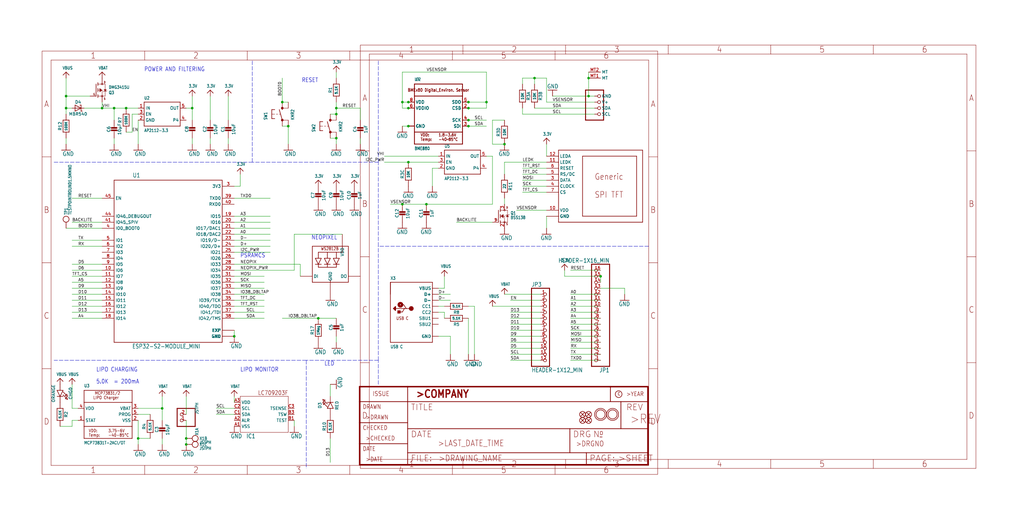
<source format=kicad_sch>
(kicad_sch (version 20211123) (generator eeschema)
  (paper "User" 433.07 220.421)
  (junction (at 248.92 33.02))
  (junction (at 172.72 45.72))
  (junction (at 27.94 40.64))
  (junction (at 198.12 50.8))
  (junction (at 78.74 187.96))
  (junction (at 48.26 45.72))
  (junction (at 170.18 43.18))
  (junction (at 81.28 45.72))
  (junction (at 198.12 53.34))
  (junction (at 198.12 43.18))
  (junction (at 170.18 86.36))
  (junction (at 134.62 134.62))
  (junction (at 142.24 45.72))
  (junction (at 248.92 40.64))
  (junction (at 27.94 45.72))
  (junction (at 172.72 43.18))
  (junction (at 121.92 53.34))
  (junction (at 226.06 33.02))
  (junction (at 78.74 185.42))
  (junction (at 68.58 172.72))
  (junction (at 254 116.84))
  (junction (at 43.18 45.72))
  (junction (at 213.36 60.96))
  (junction (at 172.72 53.34))
  (junction (at 142.24 58.42))
  (junction (at 99.06 142.24))
  (junction (at 53.34 45.72))
  (junction (at 58.42 185.42))
  (junction (at 180.34 86.36))
  (junction (at 142.24 48.26))
  (junction (at 198.12 45.72))
  (junction (at 172.72 68.58))
  (junction (at 205.74 43.18))
  (junction (at 119.38 43.18))
  (polyline (pts (xy 106.68 68.58) (xy 106.68 25.4)))
  (wire (pts (xy 124.46 180.34) (xy 124.46 177.8)))
  (wire (pts (xy 215.9 142.24) (xy 228.6 142.24)))
  (wire (pts (xy 170.18 45.72) (xy 170.18 43.18)))
  (wire (pts (xy 53.34 45.72) (xy 48.26 45.72)))
  (wire (pts (xy 81.28 58.42) (xy 81.28 60.96)))
  (wire (pts (xy 185.42 129.54) (xy 187.96 129.54)))
  (wire (pts (xy 99.06 114.3) (xy 124.46 114.3)))
  (wire (pts (xy 30.48 114.3) (xy 43.18 114.3)))
  (wire (pts (xy 185.42 127) (xy 190.5 127)))
  (wire (pts (xy 58.42 185.42) (xy 58.42 187.96)))
  (wire (pts (xy 99.06 101.6) (xy 114.3 101.6)))
  (wire (pts (xy 213.36 68.58) (xy 213.36 73.66)))
  (wire (pts (xy 254 152.4) (xy 241.3 152.4)))
  (wire (pts (xy 254 124.46) (xy 241.3 124.46)))
  (wire (pts (xy 228.6 137.16) (xy 215.9 137.16)))
  (wire (pts (xy 58.42 177.8) (xy 58.42 185.42)))
  (wire (pts (xy 220.98 33.02) (xy 226.06 33.02)))
  (wire (pts (xy 254 114.3) (xy 241.3 114.3)))
  (wire (pts (xy 231.14 88.9) (xy 218.44 88.9)))
  (polyline (pts (xy 160.02 68.58) (xy 106.68 68.58)))
  (wire (pts (xy 198.12 45.72) (xy 205.74 45.72)))
  (wire (pts (xy 142.24 45.72) (xy 152.4 45.72)))
  (wire (pts (xy 127 111.76) (xy 127 116.84)))
  (wire (pts (xy 215.9 134.62) (xy 228.6 134.62)))
  (wire (pts (xy 30.48 129.54) (xy 43.18 129.54)))
  (wire (pts (xy 58.42 175.26) (xy 63.5 175.26)))
  (wire (pts (xy 193.04 93.98) (xy 208.28 93.98)))
  (wire (pts (xy 254 129.54) (xy 241.3 129.54)))
  (wire (pts (xy 81.28 45.72) (xy 81.28 40.64)))
  (wire (pts (xy 99.06 106.68) (xy 114.3 106.68)))
  (wire (pts (xy 226.06 33.02) (xy 226.06 35.56)))
  (wire (pts (xy 198.12 43.18) (xy 205.74 43.18)))
  (wire (pts (xy 172.72 68.58) (xy 162.56 68.58)))
  (wire (pts (xy 99.06 93.98) (xy 114.3 93.98)))
  (wire (pts (xy 165.1 86.36) (xy 170.18 86.36)))
  (wire (pts (xy 215.9 127) (xy 228.6 127)))
  (wire (pts (xy 208.28 50.8) (xy 213.36 50.8)))
  (wire (pts (xy 119.38 53.34) (xy 121.92 53.34)))
  (wire (pts (xy 43.18 134.62) (xy 30.48 134.62)))
  (wire (pts (xy 231.14 73.66) (xy 220.98 73.66)))
  (wire (pts (xy 198.12 53.34) (xy 205.74 53.34)))
  (wire (pts (xy 43.18 121.92) (xy 30.48 121.92)))
  (wire (pts (xy 182.88 71.12) (xy 182.88 78.74)))
  (wire (pts (xy 119.38 43.18) (xy 119.38 33.02)))
  (wire (pts (xy 142.24 43.18) (xy 142.24 45.72)))
  (wire (pts (xy 190.5 149.86) (xy 190.5 142.24)))
  (wire (pts (xy 81.28 50.8) (xy 81.28 45.72)))
  (wire (pts (xy 99.06 104.14) (xy 114.3 104.14)))
  (wire (pts (xy 152.4 60.96) (xy 152.4 58.42)))
  (wire (pts (xy 88.9 58.42) (xy 88.9 60.96)))
  (wire (pts (xy 99.06 167.64) (xy 99.06 170.18)))
  (wire (pts (xy 30.48 124.46) (xy 43.18 124.46)))
  (wire (pts (xy 248.92 40.64) (xy 233.68 40.64)))
  (wire (pts (xy 121.92 53.34) (xy 121.92 60.96)))
  (wire (pts (xy 152.4 50.8) (xy 152.4 45.72)))
  (wire (pts (xy 27.94 45.72) (xy 27.94 40.64)))
  (wire (pts (xy 68.58 185.42) (xy 68.58 187.96)))
  (wire (pts (xy 251.46 48.26) (xy 220.98 48.26)))
  (wire (pts (xy 198.12 129.54) (xy 200.66 129.54)))
  (wire (pts (xy 228.6 147.32) (xy 215.9 147.32)))
  (wire (pts (xy 248.92 40.64) (xy 251.46 40.64)))
  (wire (pts (xy 170.18 43.18) (xy 170.18 30.48)))
  (wire (pts (xy 139.7 185.42) (xy 139.7 195.58)))
  (wire (pts (xy 208.28 60.96) (xy 213.36 60.96)))
  (wire (pts (xy 99.06 91.44) (xy 114.3 91.44)))
  (wire (pts (xy 48.26 45.72) (xy 48.26 50.8)))
  (wire (pts (xy 91.44 175.26) (xy 99.06 175.26)))
  (wire (pts (xy 38.1 40.64) (xy 27.94 40.64)))
  (wire (pts (xy 63.5 185.42) (xy 58.42 185.42)))
  (wire (pts (xy 58.42 50.8) (xy 58.42 60.96)))
  (wire (pts (xy 185.42 132.08) (xy 187.96 132.08)))
  (wire (pts (xy 231.14 81.28) (xy 220.98 81.28)))
  (wire (pts (xy 208.28 60.96) (xy 208.28 50.8)))
  (wire (pts (xy 142.24 30.48) (xy 142.24 33.02)))
  (wire (pts (xy 231.14 43.18) (xy 251.46 43.18)))
  (wire (pts (xy 99.06 129.54) (xy 111.76 129.54)))
  (wire (pts (xy 231.14 71.12) (xy 220.98 71.12)))
  (wire (pts (xy 248.92 30.48) (xy 248.92 33.02)))
  (wire (pts (xy 53.34 55.88) (xy 55.88 55.88)))
  (wire (pts (xy 254 134.62) (xy 241.3 134.62)))
  (wire (pts (xy 200.66 129.54) (xy 200.66 149.86)))
  (wire (pts (xy 238.76 114.3) (xy 238.76 116.84)))
  (wire (pts (xy 228.6 129.54) (xy 208.28 129.54)))
  (wire (pts (xy 35.56 45.72) (xy 43.18 45.72)))
  (wire (pts (xy 139.7 58.42) (xy 142.24 58.42)))
  (wire (pts (xy 205.74 66.04) (xy 208.28 66.04)))
  (wire (pts (xy 254 121.92) (xy 264.16 121.92)))
  (wire (pts (xy 185.42 66.04) (xy 162.56 66.04)))
  (wire (pts (xy 254 139.7) (xy 241.3 139.7)))
  (wire (pts (xy 170.18 86.36) (xy 180.34 86.36)))
  (wire (pts (xy 78.74 187.96) (xy 78.74 185.42)))
  (wire (pts (xy 96.52 58.42) (xy 96.52 60.96)))
  (wire (pts (xy 254 142.24) (xy 241.3 142.24)))
  (wire (pts (xy 231.14 76.2) (xy 220.98 76.2)))
  (wire (pts (xy 55.88 48.26) (xy 58.42 48.26)))
  (wire (pts (xy 241.3 149.86) (xy 254 149.86)))
  (wire (pts (xy 43.18 116.84) (xy 30.48 116.84)))
  (wire (pts (xy 99.06 121.92) (xy 111.76 121.92)))
  (wire (pts (xy 170.18 30.48) (xy 205.74 30.48)))
  (wire (pts (xy 231.14 96.52) (xy 231.14 91.44)))
  (wire (pts (xy 198.12 134.62) (xy 198.12 149.86)))
  (wire (pts (xy 228.6 149.86) (xy 215.9 149.86)))
  (wire (pts (xy 78.74 185.42) (xy 78.74 177.8)))
  (wire (pts (xy 254 137.16) (xy 241.3 137.16)))
  (wire (pts (xy 254 127) (xy 241.3 127)))
  (wire (pts (xy 99.06 124.46) (xy 111.76 124.46)))
  (wire (pts (xy 99.06 119.38) (xy 111.76 119.38)))
  (wire (pts (xy 27.94 48.26) (xy 27.94 45.72)))
  (wire (pts (xy 172.72 45.72) (xy 170.18 45.72)))
  (wire (pts (xy 111.76 127) (xy 99.06 127)))
  (wire (pts (xy 142.24 144.78) (xy 142.24 142.24)))
  (wire (pts (xy 27.94 60.96) (xy 27.94 58.42)))
  (wire (pts (xy 30.48 172.72) (xy 33.02 172.72)))
  (wire (pts (xy 43.18 43.18) (xy 43.18 45.72)))
  (wire (pts (xy 99.06 172.72) (xy 91.44 172.72)))
  (wire (pts (xy 185.42 121.92) (xy 187.96 121.92)))
  (wire (pts (xy 88.9 40.64) (xy 88.9 50.8)))
  (wire (pts (xy 198.12 50.8) (xy 205.74 50.8)))
  (wire (pts (xy 99.06 83.82) (xy 114.3 83.82)))
  (wire (pts (xy 99.06 139.7) (xy 99.06 142.24)))
  (wire (pts (xy 213.36 83.82) (xy 213.36 86.36)))
  (polyline (pts (xy 22.86 68.58) (xy 106.68 68.58)))
  (polyline (pts (xy 160.02 152.4) (xy 129.54 152.4)))
  (wire (pts (xy 58.42 172.72) (xy 68.58 172.72)))
  (wire (pts (xy 43.18 45.72) (xy 48.26 45.72)))
  (wire (pts (xy 124.46 99.06) (xy 144.78 99.06)))
  (wire (pts (xy 220.98 48.26) (xy 220.98 45.72)))
  (wire (pts (xy 231.14 43.18) (xy 231.14 33.02)))
  (wire (pts (xy 78.74 45.72) (xy 81.28 45.72)))
  (wire (pts (xy 228.6 132.08) (xy 215.9 132.08)))
  (wire (pts (xy 187.96 132.08) (xy 187.96 134.62)))
  (wire (pts (xy 231.14 33.02) (xy 226.06 33.02)))
  (wire (pts (xy 58.42 45.72) (xy 53.34 45.72)))
  (wire (pts (xy 220.98 35.56) (xy 220.98 33.02)))
  (wire (pts (xy 139.7 167.64) (xy 139.7 162.56)))
  (wire (pts (xy 78.74 167.64) (xy 78.74 175.26)))
  (wire (pts (xy 142.24 48.26) (xy 139.7 48.26)))
  (wire (pts (xy 187.96 121.92) (xy 187.96 116.84)))
  (wire (pts (xy 205.74 43.18) (xy 205.74 45.72)))
  (wire (pts (xy 30.48 180.34) (xy 30.48 177.8)))
  (wire (pts (xy 185.42 68.58) (xy 172.72 68.58)))
  (wire (pts (xy 124.46 114.3) (xy 124.46 99.06)))
  (wire (pts (xy 43.18 132.08) (xy 30.48 132.08)))
  (polyline (pts (xy 160.02 162.56) (xy 160.02 152.4)))
  (wire (pts (xy 119.38 43.18) (xy 121.92 43.18)))
  (wire (pts (xy 241.3 144.78) (xy 254 144.78)))
  (wire (pts (xy 68.58 167.64) (xy 68.58 172.72)))
  (wire (pts (xy 254 147.32) (xy 241.3 147.32)))
  (wire (pts (xy 99.06 134.62) (xy 111.76 134.62)))
  (wire (pts (xy 43.18 127) (xy 30.48 127)))
  (wire (pts (xy 254 119.38) (xy 254 116.84)))
  (wire (pts (xy 142.24 58.42) (xy 142.24 60.96)))
  (wire (pts (xy 43.18 119.38) (xy 30.48 119.38)))
  (wire (pts (xy 30.48 177.8) (xy 33.02 177.8)))
  (wire (pts (xy 134.62 134.62) (xy 119.38 134.62)))
  (wire (pts (xy 213.36 124.46) (xy 228.6 124.46)))
  (wire (pts (xy 30.48 45.72) (xy 27.94 45.72)))
  (polyline (pts (xy 160.02 104.14) (xy 160.02 68.58)))
  (wire (pts (xy 180.34 86.36) (xy 208.28 86.36)))
  (wire (pts (xy 264.16 121.92) (xy 264.16 124.46)))
  (wire (pts (xy 170.18 53.34) (xy 172.72 53.34)))
  (wire (pts (xy 68.58 177.8) (xy 68.58 172.72)))
  (wire (pts (xy 25.4 180.34) (xy 30.48 180.34)))
  (wire (pts (xy 251.46 45.72) (xy 226.06 45.72)))
  (wire (pts (xy 213.36 68.58) (xy 231.14 68.58)))
  (wire (pts (xy 185.42 71.12) (xy 182.88 71.12)))
  (polyline (pts (xy 160.02 152.4) (xy 160.02 104.14)))
  (wire (pts (xy 215.9 152.4) (xy 228.6 152.4)))
  (wire (pts (xy 43.18 111.76) (xy 30.48 111.76)))
  (wire (pts (xy 99.06 78.74) (xy 101.6 78.74)))
  (wire (pts (xy 231.14 78.74) (xy 220.98 78.74)))
  (wire (pts (xy 27.94 40.64) (xy 27.94 33.02)))
  (wire (pts (xy 172.72 43.18) (xy 170.18 43.18)))
  (wire (pts (xy 43.18 83.82) (xy 30.48 83.82)))
  (wire (pts (xy 190.5 142.24) (xy 185.42 142.24)))
  (wire (pts (xy 30.48 101.6) (xy 43.18 101.6)))
  (wire (pts (xy 99.06 96.52) (xy 114.3 96.52)))
  (wire (pts (xy 99.06 116.84) (xy 111.76 116.84)))
  (wire (pts (xy 99.06 99.06) (xy 114.3 99.06)))
  (wire (pts (xy 215.9 144.78) (xy 228.6 144.78)))
  (wire (pts (xy 238.76 116.84) (xy 254 116.84)))
  (wire (pts (xy 43.18 93.98) (xy 30.48 93.98)))
  (polyline (pts (xy 129.54 152.4) (xy 22.86 152.4)))
  (wire (pts (xy 55.88 55.88) (xy 55.88 48.26)))
  (wire (pts (xy 99.06 132.08) (xy 111.76 132.08)))
  (wire (pts (xy 142.24 134.62) (xy 134.62 134.62)))
  (polyline (pts (xy 160.02 68.58) (xy 160.02 25.4)))
  (wire (pts (xy 43.18 96.52) (xy 27.94 96.52)))
  (wire (pts (xy 241.3 132.08) (xy 254 132.08)))
  (wire (pts (xy 96.52 40.64) (xy 96.52 50.8)))
  (wire (pts (xy 185.42 124.46) (xy 190.5 124.46)))
  (wire (pts (xy 205.74 30.48) (xy 205.74 43.18)))
  (wire (pts (xy 48.26 58.42) (xy 48.26 60.96)))
  (wire (pts (xy 43.18 104.14) (xy 30.48 104.14)))
  (wire (pts (xy 231.14 66.04) (xy 231.14 60.96)))
  (wire (pts (xy 142.24 45.72) (xy 142.24 48.26)))
  (wire (pts (xy 208.28 86.36) (xy 208.28 66.04)))
  (wire (pts (xy 248.92 33.02) (xy 248.92 40.64)))
  (polyline (pts (xy 274.32 104.14) (xy 160.02 104.14)))
  (polyline (pts (xy 129.54 152.4) (xy 129.54 198.12)))
  (wire (pts (xy 99.06 111.76) (xy 127 111.76)))
  (wire (pts (xy 215.9 139.7) (xy 228.6 139.7)))
  (wire (pts (xy 30.48 162.56) (xy 30.48 172.72)))
  (wire (pts (xy 101.6 78.74) (xy 101.6 73.66)))
  (text "PSRAMCS" (at 101.6 109.22 180) (effects (font (size 1.778 1.5113)) (justify left bottom)))
  (text "LIPO CHARGING" (at 40.64 157.48 180) (effects (font (size 1.778 1.5113)) (justify left bottom)))
  (text "LED" (at 137.16 154.94 180) (effects (font (size 1.778 1.5113)) (justify left bottom)))
  (text "LIPO MONITOR" (at 101.6 157.48 180) (effects (font (size 1.778 1.5113)) (justify left bottom)))
  (text "5.0K  = 200mA" (at 40.64 162.56 180) (effects (font (size 1.778 1.5113)) (justify left bottom)))
  (text "RESET" (at 134.62 33.02 180) (effects (font (size 1.778 1.5113)) (justify right top)))
  (text "NEOPIXEL" (at 137.16 101.6 180) (effects (font (size 1.778 1.5113)) (justify bottom)))
  (text "POWER AND FILTERING" (at 60.96 30.48 180) (effects (font (size 1.778 1.5113)) (justify left bottom)))
  (label "MISO" (at 241.3 144.78 0) (effects (font (size 1.2446 1.2446))))
  (label "SCK" (at 220.98 78.74 0) (effects (font (size 1.2446 1.2446))))
  (label "BACKLITE" (at 193.04 93.98 0) (effects (font (size 1.2446 1.2446))))
  (label "BOOT0" (at 33.02 96.52 0) (effects (font (size 1.2446 1.2446))))
  (label "TFT_RST" (at 101.6 129.54 0) (effects (font (size 1.2446 1.2446))))
  (label "MOSI" (at 220.98 76.2 0) (effects (font (size 1.2446 1.2446))))
  (label "EN" (at 55.88 55.88 0) (effects (font (size 1.2446 1.2446))))
  (label "D5" (at 215.9 147.32 0) (effects (font (size 1.2446 1.2446))))
  (label "SDA" (at 233.68 45.72 0) (effects (font (size 1.2446 1.2446))))
  (label "D+" (at 101.6 104.14 0) (effects (font (size 1.2446 1.2446))))
  (label "VSENSOR" (at 218.44 88.9 0) (effects (font (size 1.2446 1.2446))))
  (label "RX" (at 241.3 147.32 0) (effects (font (size 1.2446 1.2446))))
  (label "TXD0" (at 241.3 152.4 0) (effects (font (size 1.2446 1.2446))))
  (label "SDA" (at 215.9 152.4 0) (effects (font (size 1.2446 1.2446))))
  (label "D6" (at 215.9 144.78 0) (effects (font (size 1.2446 1.2446))))
  (label "SCL" (at 233.68 48.26 0) (effects (font (size 1.2446 1.2446))))
  (label "D10" (at 215.9 139.7 0) (effects (font (size 1.2446 1.2446))))
  (label "TFT_DC" (at 220.98 73.66 0) (effects (font (size 1.2446 1.2446))))
  (label "RX" (at 33.02 104.14 0) (effects (font (size 1.2446 1.2446))))
  (label "VSENSOR" (at 180.34 30.48 0) (effects (font (size 1.2446 1.2446))))
  (label "A2" (at 101.6 93.98 0) (effects (font (size 1.2446 1.2446))))
  (label "VSENSOR" (at 233.68 43.18 0) (effects (font (size 1.2446 1.2446))))
  (label "A3" (at 241.3 132.08 0) (effects (font (size 1.2446 1.2446))))
  (label "RESET" (at 33.02 83.82 0) (effects (font (size 1.2446 1.2446))))
  (label "RESET" (at 241.3 114.3 0) (effects (font (size 1.2446 1.2446))))
  (label "A1" (at 101.6 96.52 0) (effects (font (size 1.2446 1.2446))))
  (label "D5" (at 33.02 111.76 0) (effects (font (size 1.2446 1.2446))))
  (label "D13" (at 215.9 132.08 0) (effects (font (size 1.2446 1.2446))))
  (label "BACKLITE" (at 30.48 93.98 0) (effects (font (size 1.2446 1.2446))))
  (label "VHI" (at 43.18 45.72 0) (effects (font (size 1.2446 1.2446))))
  (label "TXD0" (at 101.6 83.82 0) (effects (font (size 1.2446 1.2446))))
  (label "SDA" (at 200.66 53.34 0) (effects (font (size 1.2446 1.2446))))
  (label "D12" (at 33.02 129.54 0) (effects (font (size 1.2446 1.2446))))
  (label "A1" (at 241.3 127 0) (effects (font (size 1.2446 1.2446))))
  (label "SCK" (at 101.6 119.38 0) (effects (font (size 1.2446 1.2446))))
  (label "SCK" (at 241.3 139.7 0) (effects (font (size 1.2446 1.2446))))
  (label "MOSI" (at 101.6 116.84 0) (effects (font (size 1.2446 1.2446))))
  (label "D11" (at 33.02 127 0) (effects (font (size 1.2446 1.2446))))
  (label "A5" (at 241.3 137.16 0) (effects (font (size 1.2446 1.2446))))
  (label "TFT_CS" (at 220.98 81.28 0) (effects (font (size 1.2446 1.2446))))
  (label "SDA" (at 91.44 175.26 0) (effects (font (size 1.2446 1.2446))))
  (label "EN" (at 215.9 127 0) (effects (font (size 1.2446 1.2446))))
  (label "D13" (at 33.02 132.08 0) (effects (font (size 1.2446 1.2446))))
  (label "NEOPIX" (at 101.6 111.76 0) (effects (font (size 1.2446 1.2446))))
  (label "TFT_CS" (at 30.48 116.84 0) (effects (font (size 1.2446 1.2446))))
  (label "SCL" (at 104.14 132.08 0) (effects (font (size 1.2446 1.2446))))
  (label "D-" (at 185.42 127 0) (effects (font (size 1.2446 1.2446))))
  (label "D12" (at 215.9 134.62 0) (effects (font (size 1.2446 1.2446))))
  (label "VHI" (at 162.56 66.04 180) (effects (font (size 1.2446 1.2446))))
  (label "LEDK" (at 220.98 68.58 0) (effects (font (size 1.2446 1.2446))))
  (label "A4" (at 33.02 134.62 0) (effects (font (size 1.2446 1.2446))))
  (label "RESET" (at 144.78 45.72 0) (effects (font (size 1.2446 1.2446))))
  (label "D+" (at 185.42 124.46 0) (effects (font (size 1.2446 1.2446))))
  (label "A4" (at 241.3 134.62 0) (effects (font (size 1.2446 1.2446))))
  (label "TX" (at 241.3 149.86 0) (effects (font (size 1.2446 1.2446))))
  (label "SDA" (at 104.14 134.62 0) (effects (font (size 1.2446 1.2446))))
  (label "TFT_DC" (at 101.6 127 0) (effects (font (size 1.2446 1.2446))))
  (label "D13" (at 139.7 193.04 90) (effects (font (size 1.2446 1.2446))))
  (label "A0" (at 241.3 124.46 0) (effects (font (size 1.2446 1.2446))))
  (label "A5" (at 33.02 119.38 0) (effects (font (size 1.2446 1.2446))))
  (label "BOOT0" (at 119.38 40.64 90) (effects (font (size 1.2446 1.2446))))
  (label "D9" (at 33.02 121.92 0) (effects (font (size 1.2446 1.2446))))
  (label "D11" (at 215.9 137.16 0) (effects (font (size 1.2446 1.2446))))
  (label "A0" (at 101.6 99.06 0) (effects (font (size 1.2446 1.2446))))
  (label "TX" (at 33.02 101.6 0) (effects (font (size 1.2446 1.2446))))
  (label "A2" (at 241.3 129.54 0) (effects (font (size 1.2446 1.2446))))
  (label "I2C_PWR" (at 101.6 106.68 0) (effects (font (size 1.2446 1.2446))))
  (label "D9" (at 215.9 142.24 0) (effects (font (size 1.2446 1.2446))))
  (label "A3" (at 101.6 91.44 0) (effects (font (size 1.2446 1.2446))))
  (label "D10" (at 33.02 124.46 0) (effects (font (size 1.2446 1.2446))))
  (label "MOSI" (at 241.3 142.24 0) (effects (font (size 1.2446 1.2446))))
  (label "IO38_DBLTAP" (at 121.92 134.62 0) (effects (font (size 1.2446 1.2446))))
  (label "I2C_PWR" (at 162.56 68.58 180) (effects (font (size 1.2446 1.2446))))
  (label "MISO" (at 101.6 121.92 0) (effects (font (size 1.2446 1.2446))))
  (label "VSENSOR" (at 165.1 86.36 0) (effects (font (size 1.2446 1.2446))))
  (label "TFT_RST" (at 220.98 71.12 0) (effects (font (size 1.2446 1.2446))))
  (label "SCL" (at 215.9 149.86 0) (effects (font (size 1.2446 1.2446))))
  (label "IO38_DBLTAP" (at 101.6 124.46 0) (effects (font (size 1.2446 1.2446))))
  (label "SCL" (at 91.44 172.72 0) (effects (font (size 1.2446 1.2446))))
  (label "D-" (at 101.6 101.6 0) (effects (font (size 1.2446 1.2446))))
  (label "D6" (at 33.02 114.3 0) (effects (font (size 1.2446 1.2446))))
  (label "SCL" (at 200.66 50.8 0) (effects (font (size 1.2446 1.2446))))
  (label "NEOPIX_PWR" (at 101.6 114.3 0) (effects (font (size 1.2446 1.2446))))
  (symbol (lib_id "schematicEagle-eagle-import:GND") (at 81.28 63.5 0) (unit 1)
    (property "Reference" "#U$29" (effects hide))
    (property "Value" "GND" (at 79.756 66.04 0) (effects (font (size 1.778 1.5113)) (justify left bottom)))
    (property "Footprint" "schematicEagle:" (effects hide))
  )
  (symbol (lib_id "schematicEagle-eagle-import:GND") (at 170.18 96.52 0) (unit 1)
    (property "Reference" "#GND7" (effects hide))
    (property "Value" "GND" (at 167.64 99.06 0) (effects (font (size 1.778 1.5113)) (justify left bottom)))
    (property "Footprint" "schematicEagle:" (effects hide))
  )
  (symbol (lib_id "schematicEagle-eagle-import:LED0603_NOOUTLINE") (at 25.4 167.64 270) (unit 1)
    (property "Reference" "CHG0" (at 29.845 166.37 0))
    (property "Value" "ORANGE" (at 22.606 166.37 0))
    (property "Footprint" "schematicEagle:CHIPLED_0603_NOOUTLINE" (effects hide))
  )
  (symbol (lib_id "schematicEagle-eagle-import:USB_C") (at 175.26 132.08 0) (unit 1)
    (property "Reference" "X3" (at 165.1 118.364 0) (effects (font (size 1.27 1.0795)) (justify left bottom)))
    (property "Value" "USB C" (at 165.1 147.32 0) (effects (font (size 1.27 1.0795)) (justify left bottom)))
    (property "Footprint" "schematicEagle:USB_C_CUSB31-CFM2AX-01-X" (effects hide))
  )
  (symbol (lib_id "schematicEagle-eagle-import:GND") (at 142.24 162.56 90) (unit 1)
    (property "Reference" "#U$8" (effects hide))
    (property "Value" "GND" (at 144.78 164.084 0) (effects (font (size 1.778 1.5113)) (justify left bottom)))
    (property "Footprint" "schematicEagle:" (effects hide))
  )
  (symbol (lib_id "schematicEagle-eagle-import:3.3V") (at 142.24 76.2 0) (unit 1)
    (property "Reference" "#U$43" (effects hide))
    (property "Value" "3.3V" (at 140.716 75.184 0) (effects (font (size 1.27 1.0795)) (justify left bottom)))
    (property "Footprint" "schematicEagle:" (effects hide))
  )
  (symbol (lib_id "schematicEagle-eagle-import:MOSFET-P") (at 43.18 38.1 0) (mirror x) (unit 1)
    (property "Reference" "Q3" (at 45.974 38.481 0) (effects (font (size 1.27 1.0795)) (justify left bottom)))
    (property "Value" "DMG3415U" (at 45.974 36.195 0) (effects (font (size 1.27 1.0795)) (justify left bottom)))
    (property "Footprint" "schematicEagle:SOT23-R" (effects hide))
  )
  (symbol (lib_id "schematicEagle-eagle-import:CAP_CERAMIC0805-NOOUTLINE") (at 48.26 55.88 0) (unit 1)
    (property "Reference" "C6" (at 45.97 54.63 90))
    (property "Value" "10µF" (at 50.56 54.63 90))
    (property "Footprint" "schematicEagle:0805-NO" (effects hide))
  )
  (symbol (lib_id "schematicEagle-eagle-import:VBAT") (at 99.06 165.1 0) (unit 1)
    (property "Reference" "#U$18" (effects hide))
    (property "Value" "VBAT" (at 97.536 164.084 0) (effects (font (size 1.27 1.0795)) (justify left bottom)))
    (property "Footprint" "schematicEagle:" (effects hide))
  )
  (symbol (lib_id "schematicEagle-eagle-import:SWITCH_TACT_SMT4.6X2.8") (at 119.38 48.26 90) (unit 1)
    (property "Reference" "SW1" (at 113.03 50.8 0) (effects (font (size 1.27 1.0795)) (justify left bottom)))
    (property "Value" "KMR2" (at 124.46 50.8 0) (effects (font (size 1.27 1.0795)) (justify left bottom)))
    (property "Footprint" "schematicEagle:BTN_KMR2_4.6X2.8" (effects hide))
  )
  (symbol (lib_id "schematicEagle-eagle-import:VBAT") (at 43.18 30.48 0) (unit 1)
    (property "Reference" "#U$21" (effects hide))
    (property "Value" "VBAT" (at 41.656 29.464 0) (effects (font (size 1.27 1.0795)) (justify left bottom)))
    (property "Footprint" "schematicEagle:" (effects hide))
  )
  (symbol (lib_id "schematicEagle-eagle-import:VBAT") (at 78.74 165.1 0) (unit 1)
    (property "Reference" "#U$16" (effects hide))
    (property "Value" "VBAT" (at 77.216 164.084 0) (effects (font (size 1.27 1.0795)) (justify left bottom)))
    (property "Footprint" "schematicEagle:" (effects hide))
  )
  (symbol (lib_id "schematicEagle-eagle-import:CAP_CERAMIC0603_NO") (at 152.4 55.88 0) (unit 1)
    (property "Reference" "C4" (at 150.11 54.63 90))
    (property "Value" "1uF" (at 154.7 54.63 90))
    (property "Footprint" "schematicEagle:0603-NO" (effects hide))
  )
  (symbol (lib_id "schematicEagle-eagle-import:LED0603_NOOUTLINE") (at 139.7 170.18 90) (unit 1)
    (property "Reference" "D3" (at 135.255 171.45 0))
    (property "Value" "RED" (at 142.494 171.45 0))
    (property "Footprint" "schematicEagle:CHIPLED_0603_NOOUTLINE" (effects hide))
  )
  (symbol (lib_id "schematicEagle-eagle-import:RESISTOR_0603_NOOUT") (at 53.34 50.8 90) (unit 1)
    (property "Reference" "R7" (at 50.8 50.8 0))
    (property "Value" "100K" (at 53.34 50.8 0) (effects (font (size 1.016 1.016) bold)))
    (property "Footprint" "schematicEagle:0603-NO" (effects hide))
  )
  (symbol (lib_id "schematicEagle-eagle-import:GND") (at 200.66 152.4 0) (unit 1)
    (property "Reference" "#U$12" (effects hide))
    (property "Value" "GND" (at 199.136 154.94 0) (effects (font (size 1.778 1.5113)) (justify left bottom)))
    (property "Footprint" "schematicEagle:" (effects hide))
  )
  (symbol (lib_id "schematicEagle-eagle-import:RESISTOR_4PACK") (at 172.72 73.66 90) (unit 3)
    (property "Reference" "R3" (at 170.18 73.66 0))
    (property "Value" "10K" (at 172.72 73.66 0) (effects (font (size 1.016 1.016) bold)))
    (property "Footprint" "schematicEagle:RESPACK_4X0603" (effects hide))
  )
  (symbol (lib_id "schematicEagle-eagle-import:VBUS") (at 187.96 114.3 0) (unit 1)
    (property "Reference" "#U$28" (effects hide))
    (property "Value" "VBUS" (at 186.436 113.284 0) (effects (font (size 1.27 1.0795)) (justify left bottom)))
    (property "Footprint" "schematicEagle:" (effects hide))
  )
  (symbol (lib_id "schematicEagle-eagle-import:3.3V") (at 231.14 58.42 0) (unit 1)
    (property "Reference" "#U$53" (effects hide))
    (property "Value" "3.3V" (at 229.616 57.404 0) (effects (font (size 1.27 1.0795)) (justify left bottom)))
    (property "Footprint" "schematicEagle:" (effects hide))
  )
  (symbol (lib_id "schematicEagle-eagle-import:CAP_CERAMIC0603_NO") (at 149.86 83.82 0) (unit 1)
    (property "Reference" "C10" (at 147.57 82.57 90))
    (property "Value" "1uF" (at 152.16 82.57 90))
    (property "Footprint" "schematicEagle:0603-NO" (effects hide))
  )
  (symbol (lib_id "schematicEagle-eagle-import:GND") (at 152.4 63.5 0) (unit 1)
    (property "Reference" "#U$42" (effects hide))
    (property "Value" "GND" (at 150.876 66.04 0) (effects (font (size 1.778 1.5113)) (justify left bottom)))
    (property "Footprint" "schematicEagle:" (effects hide))
  )
  (symbol (lib_id "schematicEagle-eagle-import:VBUS") (at 208.28 127 0) (unit 1)
    (property "Reference" "#U$19" (effects hide))
    (property "Value" "VBUS" (at 206.756 125.984 0) (effects (font (size 1.27 1.0795)) (justify left bottom)))
    (property "Footprint" "schematicEagle:" (effects hide))
  )
  (symbol (lib_id "schematicEagle-eagle-import:CON_JST_PH_2PIN_MT_BATT") (at 76.2 175.26 180) (unit 1)
    (property "Reference" "X1" (at 82.55 180.975 90) (effects (font (size 1.27 1.0795)) (justify left bottom)))
    (property "Value" "JSTPH" (at 82.55 170.18 90) (effects (font (size 1.27 1.0795)) (justify left bottom)))
    (property "Footprint" "schematicEagle:JSTPH2_BATT" (effects hide))
  )
  (symbol (lib_id "schematicEagle-eagle-import:GND") (at 58.42 190.5 0) (unit 1)
    (property "Reference" "#U$36" (effects hide))
    (property "Value" "GND" (at 56.896 193.04 0) (effects (font (size 1.778 1.5113)) (justify left bottom)))
    (property "Footprint" "schematicEagle:" (effects hide))
  )
  (symbol (lib_id "schematicEagle-eagle-import:GND") (at 149.86 88.9 0) (unit 1)
    (property "Reference" "#U$47" (effects hide))
    (property "Value" "GND" (at 148.336 91.44 0) (effects (font (size 1.778 1.5113)) (justify left bottom)))
    (property "Footprint" "schematicEagle:" (effects hide))
  )
  (symbol (lib_id "schematicEagle-eagle-import:RESISTOR_4PACK") (at 220.98 40.64 270) (unit 1)
    (property "Reference" "R3" (at 223.52 40.64 0))
    (property "Value" "10K" (at 220.98 40.64 0) (effects (font (size 1.016 1.016) bold)))
    (property "Footprint" "schematicEagle:RESPACK_4X0603" (effects hide))
  )
  (symbol (lib_id "schematicEagle-eagle-import:RESISTOR_0603_NOOUT") (at 63.5 180.34 90) (unit 1)
    (property "Reference" "R4" (at 60.96 180.34 0))
    (property "Value" "5.1K" (at 63.5 180.34 0) (effects (font (size 1.016 1.016) bold)))
    (property "Footprint" "schematicEagle:0603-NO" (effects hide))
  )
  (symbol (lib_id "schematicEagle-eagle-import:VBUS") (at 27.94 30.48 0) (unit 1)
    (property "Reference" "#U$3" (effects hide))
    (property "Value" "VBUS" (at 26.416 29.464 0) (effects (font (size 1.27 1.0795)) (justify left bottom)))
    (property "Footprint" "schematicEagle:" (effects hide))
  )
  (symbol (lib_id "schematicEagle-eagle-import:VBAT") (at 213.36 121.92 0) (unit 1)
    (property "Reference" "#U$20" (effects hide))
    (property "Value" "VBAT" (at 211.836 120.904 0) (effects (font (size 1.27 1.0795)) (justify left bottom)))
    (property "Footprint" "schematicEagle:" (effects hide))
  )
  (symbol (lib_id "schematicEagle-eagle-import:CAP_CERAMIC0805-NOOUTLINE") (at 88.9 55.88 0) (unit 1)
    (property "Reference" "C2" (at 86.61 54.63 90))
    (property "Value" "10uF" (at 91.2 54.63 90))
    (property "Footprint" "schematicEagle:0805-NO" (effects hide))
  )
  (symbol (lib_id "schematicEagle-eagle-import:3.3V") (at 101.6 71.12 0) (unit 1)
    (property "Reference" "#U$11" (effects hide))
    (property "Value" "3.3V" (at 100.076 70.104 0) (effects (font (size 1.27 1.0795)) (justify left bottom)))
    (property "Footprint" "schematicEagle:" (effects hide))
  )
  (symbol (lib_id "schematicEagle-eagle-import:MOUNTINGHOLE2.5") (at 254 175.26 0) (unit 1)
    (property "Reference" "U$31" (effects hide))
    (property "Value" "MOUNTINGHOLE2.5" (effects hide))
    (property "Footprint" "schematicEagle:MOUNTINGHOLE_2.5_PLATED" (effects hide))
  )
  (symbol (lib_id "schematicEagle-eagle-import:FIDUCIAL_1MM") (at 246.38 177.8 0) (unit 1)
    (property "Reference" "U$55" (effects hide))
    (property "Value" "FIDUCIAL_1MM" (effects hide))
    (property "Footprint" "schematicEagle:FIDUCIAL_1MM" (effects hide))
  )
  (symbol (lib_id "schematicEagle-eagle-import:FIDUCIAL_1MM") (at 248.92 177.8 0) (unit 1)
    (property "Reference" "U$56" (effects hide))
    (property "Value" "FIDUCIAL_1MM" (effects hide))
    (property "Footprint" "schematicEagle:FIDUCIAL_1MM" (effects hide))
  )
  (symbol (lib_id "schematicEagle-eagle-import:GND") (at 134.62 147.32 0) (unit 1)
    (property "Reference" "#U$26" (effects hide))
    (property "Value" "GND" (at 133.096 149.86 0) (effects (font (size 1.778 1.5113)) (justify left bottom)))
    (property "Footprint" "schematicEagle:" (effects hide))
  )
  (symbol (lib_id "schematicEagle-eagle-import:CAP_CERAMIC0805-NOOUTLINE") (at 81.28 55.88 0) (unit 1)
    (property "Reference" "C8" (at 78.99 54.63 90))
    (property "Value" "10µF" (at 83.58 54.63 90))
    (property "Footprint" "schematicEagle:0805-NO" (effects hide))
    (property "Value" "10µF" (effects hide))
  )
  (symbol (lib_id "schematicEagle-eagle-import:CAP_CERAMIC0805-NOOUTLINE") (at 170.18 91.44 0) (unit 1)
    (property "Reference" "C12" (at 167.89 90.19 90))
    (property "Value" "10uF" (at 172.48 90.19 90))
    (property "Footprint" "schematicEagle:0805-NO" (effects hide))
  )
  (symbol (lib_id "schematicEagle-eagle-import:GND") (at 99.06 144.78 0) (unit 1)
    (property "Reference" "#U$37" (effects hide))
    (property "Value" "GND" (at 97.536 147.32 0) (effects (font (size 1.778 1.5113)) (justify left bottom)))
    (property "Footprint" "schematicEagle:" (effects hide))
  )
  (symbol (lib_id "schematicEagle-eagle-import:MOSFET-NREFLOW") (at 210.82 91.44 0) (unit 1)
    (property "Reference" "Q1" (at 215.9 90.805 0) (effects (font (size 1.27 1.0795)) (justify left bottom)))
    (property "Value" "BSS138" (at 215.9 92.71 0) (effects (font (size 1.27 1.0795)) (justify left bottom)))
    (property "Footprint" "schematicEagle:SOT23-R" (effects hide))
  )
  (symbol (lib_id "schematicEagle-eagle-import:STEMMA_I2C_QTRA") (at 248.92 33.02 0) (unit 2)
    (property "Reference" "CONN1" (effects hide))
    (property "Value" "STEMMA_I2C_QTRA" (effects hide))
    (property "Footprint" "schematicEagle:JST_SH4_RA" (effects hide))
  )
  (symbol (lib_id "schematicEagle-eagle-import:CAP_CERAMIC0805-NOOUTLINE") (at 96.52 55.88 0) (unit 1)
    (property "Reference" "C1" (at 94.23 54.63 90))
    (property "Value" "10uF" (at 98.82 54.63 90))
    (property "Footprint" "schematicEagle:0805-NO" (effects hide))
  )
  (symbol (lib_id "schematicEagle-eagle-import:GND") (at 142.24 63.5 0) (unit 1)
    (property "Reference" "#GND6" (effects hide))
    (property "Value" "GND" (at 139.7 66.04 0) (effects (font (size 1.778 1.5113)) (justify left bottom)))
    (property "Footprint" "schematicEagle:" (effects hide))
  )
  (symbol (lib_id "schematicEagle-eagle-import:SWITCH_TACT_SMT4.6X2.8") (at 139.7 53.34 90) (unit 1)
    (property "Reference" "SW2" (at 133.35 55.88 0) (effects (font (size 1.27 1.0795)) (justify left bottom)))
    (property "Value" "KMR2" (at 144.78 55.88 0) (effects (font (size 1.27 1.0795)) (justify left bottom)))
    (property "Footprint" "schematicEagle:BTN_KMR2_4.6X2.8" (effects hide))
  )
  (symbol (lib_id "schematicEagle-eagle-import:VREG_SOT23-5") (at 68.58 48.26 0) (unit 1)
    (property "Reference" "U2" (at 60.96 42.164 0) (effects (font (size 1.27 1.0795)) (justify left bottom)))
    (property "Value" "AP2112-3.3" (at 60.96 55.88 0) (effects (font (size 1.27 1.0795)) (justify left bottom)))
    (property "Footprint" "schematicEagle:SOT23-5" (effects hide))
  )
  (symbol (lib_id "schematicEagle-eagle-import:GND") (at 190.5 152.4 0) (unit 1)
    (property "Reference" "#U$23" (effects hide))
    (property "Value" "GND" (at 188.976 154.94 0) (effects (font (size 1.778 1.5113)) (justify left bottom)))
    (property "Footprint" "schematicEagle:" (effects hide))
  )
  (symbol (lib_id "schematicEagle-eagle-import:GND") (at 231.14 99.06 0) (unit 1)
    (property "Reference" "#GND3" (effects hide))
    (property "Value" "GND" (at 228.6 101.6 0) (effects (font (size 1.778 1.5113)) (justify left bottom)))
    (property "Footprint" "schematicEagle:" (effects hide))
  )
  (symbol (lib_id "schematicEagle-eagle-import:3.3V") (at 81.28 38.1 0) (unit 1)
    (property "Reference" "#U$10" (effects hide))
    (property "Value" "3.3V" (at 79.756 37.084 0) (effects (font (size 1.27 1.0795)) (justify left bottom)))
    (property "Footprint" "schematicEagle:" (effects hide))
  )
  (symbol (lib_id "schematicEagle-eagle-import:CAP_CERAMIC0603_NO") (at 180.34 91.44 0) (unit 1)
    (property "Reference" "C11" (at 178.05 90.19 90))
    (property "Value" "1uF" (at 182.64 90.19 90))
    (property "Footprint" "schematicEagle:0603-NO" (effects hide))
  )
  (symbol (lib_id "schematicEagle-eagle-import:3.3V") (at 238.76 111.76 0) (unit 1)
    (property "Reference" "#U$6" (effects hide))
    (property "Value" "3.3V" (at 237.236 110.744 0) (effects (font (size 1.27 1.0795)) (justify left bottom)))
    (property "Footprint" "schematicEagle:" (effects hide))
  )
  (symbol (lib_id "schematicEagle-eagle-import:TESTPOINTROUND1.5MMNO") (at 27.94 96.52 0) (unit 1)
    (property "Reference" "TP1" (at 27.94 90.932 90) (effects (font (size 1.27 1.0795)) (justify left)))
    (property "Value" "TESTPOINTROUND1.5MMNO" (at 29.591 90.932 90) (effects (font (size 1.27 1.0795)) (justify left)))
    (property "Footprint" "schematicEagle:TESTPOINT_ROUND_1.5MM_NO" (effects hide))
  )
  (symbol (lib_id "schematicEagle-eagle-import:GND") (at 99.06 182.88 0) (unit 1)
    (property "Reference" "#U$48" (effects hide))
    (property "Value" "GND" (at 97.536 185.42 0) (effects (font (size 1.778 1.5113)) (justify left bottom)))
    (property "Footprint" "schematicEagle:" (effects hide))
  )
  (symbol (lib_id "schematicEagle-eagle-import:RESISTOR_0603_NOOUT") (at 139.7 180.34 90) (unit 1)
    (property "Reference" "R10" (at 137.16 180.34 0))
    (property "Value" "5.1K" (at 139.7 180.34 0) (effects (font (size 1.016 1.016) bold)))
    (property "Footprint" "schematicEagle:0603-NO" (effects hide))
  )
  (symbol (lib_id "schematicEagle-eagle-import:CON_JST_PH_2PIN_MT_BATT") (at 78.74 185.42 270) (unit 2)
    (property "Reference" "X1" (at 84.328 185.42 90) (effects (font (size 1.27 1.0795)) (justify left)))
    (property "Value" "JSTPH" (at 84.328 187.071 90) (effects (font (size 1.27 1.0795)) (justify left)))
    (property "Footprint" "schematicEagle:JSTPH2_BATT" (effects hide))
  )
  (symbol (lib_id "schematicEagle-eagle-import:GND") (at 124.46 182.88 0) (unit 1)
    (property "Reference" "#U$50" (effects hide))
    (property "Value" "GND" (at 122.936 185.42 0) (effects (font (size 1.778 1.5113)) (justify left bottom)))
    (property "Footprint" "schematicEagle:" (effects hide))
  )
  (symbol (lib_id "schematicEagle-eagle-import:3.3V") (at 149.86 76.2 0) (unit 1)
    (property "Reference" "#U$44" (effects hide))
    (property "Value" "3.3V" (at 148.336 75.184 0) (effects (font (size 1.27 1.0795)) (justify left bottom)))
    (property "Footprint" "schematicEagle:" (effects hide))
  )
  (symbol (lib_id "schematicEagle-eagle-import:3.3V") (at 96.52 38.1 0) (unit 1)
    (property "Reference" "#U$2" (effects hide))
    (property "Value" "3.3V" (at 94.996 37.084 0) (effects (font (size 1.27 1.0795)) (justify left bottom)))
    (property "Footprint" "schematicEagle:" (effects hide))
  )
  (symbol (lib_id "schematicEagle-eagle-import:FIDUCIAL_1MM") (at 248.92 175.26 0) (unit 1)
    (property "Reference" "U$34" (effects hide))
    (property "Value" "FIDUCIAL_1MM" (effects hide))
    (property "Footprint" "schematicEagle:FIDUCIAL_1MM" (effects hide))
  )
  (symbol (lib_id "schematicEagle-eagle-import:MCP73831{slash}2") (at 45.72 175.26 0) (unit 1)
    (property "Reference" "U3" (at 35.56 163.83 0) (effects (font (size 1.27 1.0795)) (justify left bottom)))
    (property "Value" "MCP73831T-2ACI/OT" (at 35.56 187.96 0) (effects (font (size 1.27 1.0795)) (justify left bottom)))
    (property "Footprint" "schematicEagle:SOT23-5" (effects hide))
  )
  (symbol (lib_id "schematicEagle-eagle-import:GND") (at 213.36 63.5 0) (unit 1)
    (property "Reference" "#GND10" (effects hide))
    (property "Value" "GND" (at 210.82 66.04 0) (effects (font (size 1.778 1.5113)) (justify left bottom)))
    (property "Footprint" "schematicEagle:" (effects hide))
  )
  (symbol (lib_id "schematicEagle-eagle-import:WS2812B_SK6805_1515") (at 139.7 114.3 0) (unit 1)
    (property "Reference" "LED1" (effects hide))
    (property "Value" "WS2812B_SK6805_1515" (effects hide))
    (property "Footprint" "schematicEagle:SK6805_1515" (effects hide))
  )
  (symbol (lib_id "schematicEagle-eagle-import:MOUNTINGHOLE2.5") (at 259.08 175.26 0) (unit 1)
    (property "Reference" "U$32" (effects hide))
    (property "Value" "MOUNTINGHOLE2.5" (effects hide))
    (property "Footprint" "schematicEagle:MOUNTINGHOLE_2.5_PLATED" (effects hide))
  )
  (symbol (lib_id "schematicEagle-eagle-import:RESISTOR_0603_NOOUT") (at 193.04 134.62 180) (unit 1)
    (property "Reference" "R5" (at 193.04 137.16 0))
    (property "Value" "5.1K" (at 193.04 134.62 0) (effects (font (size 1.016 1.016) bold)))
    (property "Footprint" "schematicEagle:0603-NO" (effects hide))
  )
  (symbol (lib_id "schematicEagle-eagle-import:GND") (at 139.7 127 0) (unit 1)
    (property "Reference" "#U$13" (effects hide))
    (property "Value" "GND" (at 138.176 129.54 0) (effects (font (size 1.778 1.5113)) (justify left bottom)))
    (property "Footprint" "schematicEagle:" (effects hide))
  )
  (symbol (lib_id "schematicEagle-eagle-import:RESISTOR_4PACK") (at 213.36 55.88 90) (unit 4)
    (property "Reference" "R3" (at 210.82 55.88 0))
    (property "Value" "10K" (at 213.36 55.88 0) (effects (font (size 1.016 1.016) bold)))
    (property "Footprint" "schematicEagle:RESPACK_4X0603" (effects hide))
  )
  (symbol (lib_id "schematicEagle-eagle-import:GND") (at 142.24 147.32 0) (unit 1)
    (property "Reference" "#U$40" (effects hide))
    (property "Value" "GND" (at 140.716 149.86 0) (effects (font (size 1.778 1.5113)) (justify left bottom)))
    (property "Footprint" "schematicEagle:" (effects hide))
  )
  (symbol (lib_id "schematicEagle-eagle-import:HEADER-1X12_MIN") (at 231.14 139.7 0) (unit 1)
    (property "Reference" "JP3" (at 224.79 121.285 0) (effects (font (size 1.778 1.5113)) (justify left bottom)))
    (property "Value" "HEADER-1X12_MIN" (at 224.79 157.48 0) (effects (font (size 1.778 1.5113)) (justify left bottom)))
    (property "Footprint" "schematicEagle:1X12_ROUND_MIN" (effects hide))
  )
  (symbol (lib_id "schematicEagle-eagle-import:FRAME_A4") (at 152.4 198.12 0) (unit 2)
    (property "Reference" "#FRAME1" (effects hide))
    (property "Value" "FRAME_A4" (effects hide))
    (property "Footprint" "schematicEagle:" (effects hide))
  )
  (symbol (lib_id "schematicEagle-eagle-import:CON_JST_PH_2PIN_MT_BATT") (at 78.74 187.96 270) (unit 3)
    (property "Reference" "X1" (at 84.328 187.96 90) (effects (font (size 1.27 1.0795)) (justify left)))
    (property "Value" "JSTPH" (at 84.328 189.611 90) (effects (font (size 1.27 1.0795)) (justify left)))
    (property "Footprint" "schematicEagle:JSTPH2_BATT" (effects hide))
  )
  (symbol (lib_id "schematicEagle-eagle-import:DISP_LCD_GENERIC_SPI_1.14IN_240X135_WRAPUNDER") (at 256.54 78.74 0) (unit 1)
    (property "Reference" "DISP1" (effects hide))
    (property "Value" "DISP_LCD_GENERIC_SPI_1.14IN_240X135_WRAPUNDER" (effects hide))
    (property "Footprint" "schematicEagle:TFT_1.14IN_240X135_WRAPUNDER" (effects hide))
  )
  (symbol (lib_id "schematicEagle-eagle-import:3.3V") (at 134.62 76.2 0) (unit 1)
    (property "Reference" "#U$41" (effects hide))
    (property "Value" "3.3V" (at 133.096 75.184 0) (effects (font (size 1.27 1.0795)) (justify left bottom)))
    (property "Footprint" "schematicEagle:" (effects hide))
  )
  (symbol (lib_id "schematicEagle-eagle-import:GND") (at 134.62 88.9 0) (unit 1)
    (property "Reference" "#U$45" (effects hide))
    (property "Value" "GND" (at 133.096 91.44 0) (effects (font (size 1.778 1.5113)) (justify left bottom)))
    (property "Footprint" "schematicEagle:" (effects hide))
  )
  (symbol (lib_id "schematicEagle-eagle-import:DIODE-SCHOTTKYSOD-123") (at 33.02 45.72 0) (unit 1)
    (property "Reference" "D4" (at 33.02 43.18 0))
    (property "Value" "MBR540" (at 33.02 48.22 0))
    (property "Footprint" "schematicEagle:SOD-123" (effects hide))
  )
  (symbol (lib_id "schematicEagle-eagle-import:3.3V") (at 88.9 38.1 0) (unit 1)
    (property "Reference" "#U$24" (effects hide))
    (property "Value" "3.3V" (at 87.376 37.084 0) (effects (font (size 1.27 1.0795)) (justify left bottom)))
    (property "Footprint" "schematicEagle:" (effects hide))
  )
  (symbol (lib_id "schematicEagle-eagle-import:GND") (at 172.72 81.28 0) (unit 1)
    (property "Reference" "#GND8" (effects hide))
    (property "Value" "GND" (at 170.18 83.82 0) (effects (font (size 1.778 1.5113)) (justify left bottom)))
    (property "Footprint" "schematicEagle:" (effects hide))
  )
  (symbol (lib_id "schematicEagle-eagle-import:GND") (at 264.16 127 0) (unit 1)
    (property "Reference" "#GND4" (effects hide))
    (property "Value" "GND" (at 261.62 129.54 0) (effects (font (size 1.778 1.5113)) (justify left bottom)))
    (property "Footprint" "schematicEagle:" (effects hide))
  )
  (symbol (lib_id "schematicEagle-eagle-import:VBUS") (at 25.4 160.02 0) (unit 1)
    (property "Reference" "#U$58" (effects hide))
    (property "Value" "VBUS" (at 23.876 159.004 0) (effects (font (size 1.27 1.0795)) (justify left bottom)))
    (property "Footprint" "schematicEagle:" (effects hide))
  )
  (symbol (lib_id "schematicEagle-eagle-import:GND") (at 48.26 63.5 0) (unit 1)
    (property "Reference" "#U$27" (effects hide))
    (property "Value" "GND" (at 46.736 66.04 0) (effects (font (size 1.778 1.5113)) (justify left bottom)))
    (property "Footprint" "schematicEagle:" (effects hide))
  )
  (symbol (lib_id "schematicEagle-eagle-import:CAP_CERAMIC0805-NOOUTLINE") (at 68.58 182.88 0) (unit 1)
    (property "Reference" "C3" (at 66.29 181.63 90))
    (property "Value" "10µF" (at 70.88 181.63 90))
    (property "Footprint" "schematicEagle:0805-NO" (effects hide))
  )
  (symbol (lib_id "schematicEagle-eagle-import:RESISTOR_0603_NOOUT") (at 25.4 175.26 270) (unit 1)
    (property "Reference" "R2" (at 27.94 175.26 0))
    (property "Value" "5.1K" (at 25.4 175.26 0) (effects (font (size 1.016 1.016) bold)))
    (property "Footprint" "schematicEagle:0603-NO" (effects hide))
  )
  (symbol (lib_id "schematicEagle-eagle-import:GND") (at 180.34 96.52 0) (unit 1)
    (property "Reference" "#GND5" (effects hide))
    (property "Value" "GND" (at 177.8 99.06 0) (effects (font (size 1.778 1.5113)) (justify left bottom)))
    (property "Footprint" "schematicEagle:" (effects hide))
  )
  (symbol (lib_id "schematicEagle-eagle-import:GND") (at 88.9 63.5 0) (unit 1)
    (property "Reference" "#U$17" (effects hide))
    (property "Value" "GND" (at 87.376 66.04 0) (effects (font (size 1.778 1.5113)) (justify left bottom)))
    (property "Footprint" "schematicEagle:" (effects hide))
  )
  (symbol (lib_id "schematicEagle-eagle-import:VBUS") (at 30.48 160.02 0) (unit 1)
    (property "Reference" "#U$38" (effects hide))
    (property "Value" "VBUS" (at 28.956 159.004 0) (effects (font (size 1.27 1.0795)) (justify left bottom)))
    (property "Footprint" "schematicEagle:" (effects hide))
  )
  (symbol (lib_id "schematicEagle-eagle-import:CAP_CERAMIC0603_NO") (at 142.24 139.7 0) (unit 1)
    (property "Reference" "C5" (at 139.95 138.45 90))
    (property "Value" "1uF" (at 144.54 138.45 90))
    (property "Footprint" "schematicEagle:0603-NO" (effects hide))
  )
  (symbol (lib_id "schematicEagle-eagle-import:GND") (at 213.36 99.06 0) (unit 1)
    (property "Reference" "#U$57" (effects hide))
    (property "Value" "GND" (at 211.836 101.6 0) (effects (font (size 1.778 1.5113)) (justify left bottom)))
    (property "Footprint" "schematicEagle:" (effects hide))
  )
  (symbol (lib_id "schematicEagle-eagle-import:VREG_SOT23-5") (at 195.58 68.58 0) (unit 1)
    (property "Reference" "U5" (at 187.96 62.484 0) (effects (font (size 1.27 1.0795)) (justify left bottom)))
    (property "Value" "AP2112-3.3" (at 187.96 76.2 0) (effects (font (size 1.27 1.0795)) (justify left bottom)))
    (property "Footprint" "schematicEagle:SOT23-5" (effects hide))
  )
  (symbol (lib_id "schematicEagle-eagle-import:RESISTOR_0603_NOOUT") (at 193.04 129.54 180) (unit 1)
    (property "Reference" "R8" (at 193.04 132.08 0))
    (property "Value" "5.1K" (at 193.04 129.54 0) (effects (font (size 1.016 1.016) bold)))
    (property "Footprint" "schematicEagle:0603-NO" (effects hide))
  )
  (symbol (lib_id "schematicEagle-eagle-import:RESISTOR_0603_NOOUT") (at 134.62 139.7 90) (unit 1)
    (property "Reference" "R17" (at 132.08 139.7 0))
    (property "Value" "1Meg" (at 134.62 139.7 0) (effects (font (size 1.016 1.016) bold)))
    (property "Footprint" "schematicEagle:0603-NO" (effects hide))
  )
  (symbol (lib_id "schematicEagle-eagle-import:CAP_CERAMIC0805-NOOUTLINE") (at 134.62 83.82 0) (unit 1)
    (property "Reference" "C7" (at 132.33 82.57 90))
    (property "Value" "10uF" (at 136.92 82.57 90))
    (property "Footprint" "schematicEagle:0805-NO" (effects hide))
  )
  (symbol (lib_id "schematicEagle-eagle-import:GND") (at 58.42 63.5 0) (unit 1)
    (property "Reference" "#U$30" (effects hide))
    (property "Value" "GND" (at 56.896 66.04 0) (effects (font (size 1.778 1.5113)) (justify left bottom)))
    (property "Footprint" "schematicEagle:" (effects hide))
  )
  (symbol (lib_id "schematicEagle-eagle-import:FRAME_A4") (at 17.78 200.66 0) (unit 1)
    (property "Reference" "#FRAME1" (effects hide))
    (property "Value" "FRAME_A4" (effects hide))
    (property "Footprint" "schematicEagle:" (effects hide))
  )
  (symbol (lib_id "schematicEagle-eagle-import:LC709203F{slash}MH") (at 111.76 175.26 0) (unit 1)
    (property "Reference" "IC1" (at 104.14 185.42 0) (effects (font (size 1.778 1.5113)) (justify left bottom)))
    (property "Value" "LC709203F/MH" (effects hide))
    (property "Footprint" "schematicEagle:WLCSP9" (effects hide))
  )
  (symbol (lib_id "schematicEagle-eagle-import:RESISTOR_4PACK") (at 226.06 40.64 270) (unit 2)
    (property "Reference" "R3" (at 228.6 40.64 0))
    (property "Value" "10K" (at 226.06 40.64 0) (effects (font (size 1.016 1.016) bold)))
    (property "Footprint" "schematicEagle:RESPACK_4X0603" (effects hide))
  )
  (symbol (lib_id "schematicEagle-eagle-import:BME680") (at 185.42 48.26 0) (unit 1)
    (property "Reference" "IC2" (at 175.26 34.29 0) (effects (font (size 1.27 1.0795)) (justify left bottom)))
    (property "Value" "BME680" (at 175.26 63.5 0) (effects (font (size 1.27 1.0795)) (justify left bottom)))
    (property "Footprint" "schematicEagle:BME680" (effects hide))
  )
  (symbol (lib_id "schematicEagle-eagle-import:BME280") (at 185.42 48.26 0) (unit 1)
    (property "Reference" "U4" (at 175.26 34.29 0) (effects (font (size 1.27 1.0795)) (justify left bottom)))
    (property "Value" "BME280" (at 175.26 63.5 0) (effects (font (size 1.27 1.0795)) (justify left bottom)))
    (property "Footprint" "schematicEagle:BME280" (effects hide))
  )
  (symbol (lib_id "schematicEagle-eagle-import:GND") (at 27.94 63.5 0) (unit 1)
    (property "Reference" "#U$25" (effects hide))
    (property "Value" "GND" (at 26.416 66.04 0) (effects (font (size 1.778 1.5113)) (justify left bottom)))
    (property "Footprint" "schematicEagle:" (effects hide))
  )
  (symbol (lib_id "schematicEagle-eagle-import:RESISTOR_0603_NOOUT") (at 142.24 38.1 90) (unit 1)
    (property "Reference" "R1" (at 139.7 38.1 0))
    (property "Value" "5.1K" (at 142.24 38.1 0) (effects (font (size 1.016 1.016) bold)))
    (property "Footprint" "schematicEagle:0603-NO" (effects hide))
  )
  (symbol (lib_id "schematicEagle-eagle-import:GND") (at 121.92 63.5 0) (unit 1)
    (property "Reference" "#U$51" (effects hide))
    (property "Value" "GND" (at 120.396 66.04 0) (effects (font (size 1.778 1.5113)) (justify left bottom)))
    (property "Footprint" "schematicEagle:" (effects hide))
  )
  (symbol (lib_id "schematicEagle-eagle-import:GND") (at 182.88 81.28 0) (unit 1)
    (property "Reference" "#GND9" (effects hide))
    (property "Value" "GND" (at 180.34 83.82 0) (effects (font (size 1.778 1.5113)) (justify left bottom)))
    (property "Footprint" "schematicEagle:" (effects hide))
  )
  (symbol (lib_id "schematicEagle-eagle-import:STEMMA_I2C_QTRA") (at 251.46 45.72 0) (unit 1)
    (property "Reference" "CONN1" (effects hide))
    (property "Value" "STEMMA_I2C_QTRA" (effects hide))
    (property "Footprint" "schematicEagle:JST_SH4_RA" (effects hide))
  )
  (symbol (lib_id "schematicEagle-eagle-import:3.3V") (at 142.24 27.94 0) (unit 1)
    (property "Reference" "#U$5" (effects hide))
    (property "Value" "3.3V" (at 140.716 26.924 0) (effects (font (size 1.27 1.0795)) (justify left bottom)))
    (property "Footprint" "schematicEagle:" (effects hide))
  )
  (symbol (lib_id "schematicEagle-eagle-import:CAP_CERAMIC0805-NOOUTLINE") (at 142.24 83.82 0) (unit 1)
    (property "Reference" "C9" (at 139.95 82.57 90))
    (property "Value" "10uF" (at 144.54 82.57 90))
    (property "Footprint" "schematicEagle:0805-NO" (effects hide))
  )
  (symbol (lib_id "schematicEagle-eagle-import:HEADER-1X16_MIN") (at 251.46 134.62 180) (unit 1)
    (property "Reference" "JP1" (at 257.81 155.575 0) (effects (font (size 1.778 1.5113)) (justify left bottom)))
    (property "Value" "HEADER-1X16_MIN" (at 257.81 109.22 0) (effects (font (size 1.778 1.5113)) (justify left bottom)))
    (property "Footprint" "schematicEagle:1X16_ROUND_MIN" (effects hide))
  )
  (symbol (lib_id "schematicEagle-eagle-import:VBAT") (at 68.58 165.1 0) (unit 1)
    (property "Reference" "#U$39" (effects hide))
    (property "Value" "VBAT" (at 67.056 164.084 0) (effects (font (size 1.27 1.0795)) (justify left bottom)))
    (property "Footprint" "schematicEagle:" (effects hide))
  )
  (symbol (lib_id "schematicEagle-eagle-import:GND") (at 142.24 88.9 0) (unit 1)
    (property "Reference" "#U$46" (effects hide))
    (property "Value" "GND" (at 140.716 91.44 0) (effects (font (size 1.778 1.5113)) (justify left bottom)))
    (property "Footprint" "schematicEagle:" (effects hide))
  )
  (symbol (lib_id "schematicEagle-eagle-import:GND") (at 233.68 38.1 180) (unit 1)
    (property "Reference" "#GND1" (effects hide))
    (property "Value" "GND" (at 236.22 35.56 0) (effects (font (size 1.778 1.5113)) (justify left bottom)))
    (property "Footprint" "schematicEagle:" (effects hide))
  )
  (symbol (lib_id "schematicEagle-eagle-import:FIDUCIAL_1MM") (at 246.38 175.26 0) (unit 1)
    (property "Reference" "U$35" (effects hide))
    (property "Value" "FIDUCIAL_1MM" (effects hide))
    (property "Footprint" "schematicEagle:FIDUCIAL_1MM" (effects hide))
  )
  (symbol (lib_id "schematicEagle-eagle-import:GND") (at 96.52 63.5 0) (unit 1)
    (property "Reference" "#U$4" (effects hide))
    (property "Value" "GND" (at 94.996 66.04 0) (effects (font (size 1.778 1.5113)) (justify left bottom)))
    (property "Footprint" "schematicEagle:" (effects hide))
  )
  (symbol (lib_id "schematicEagle-eagle-import:RESISTOR_0603_NOOUT") (at 27.94 53.34 90) (unit 1)
    (property "Reference" "R12" (at 25.4 53.34 0))
    (property "Value" "100K" (at 27.94 53.34 0) (effects (font (size 1.016 1.016) bold)))
    (property "Footprint" "schematicEagle:0603-NO" (effects hide))
  )
  (symbol (lib_id "schematicEagle-eagle-import:GND") (at 68.58 190.5 0) (unit 1)
    (property "Reference" "#U$33" (effects hide))
    (property "Value" "GND" (at 67.056 193.04 0) (effects (font (size 1.778 1.5113)) (justify left bottom)))
    (property "Footprint" "schematicEagle:" (effects hide))
  )
  (symbol (lib_id "schematicEagle-eagle-import:GND") (at 170.18 55.88 0) (unit 1)
    (property "Reference" "#GND2" (effects hide))
    (property "Value" "GND" (at 167.64 58.42 0) (effects (font (size 1.778 1.5113)) (justify left bottom)))
    (property "Footprint" "schematicEagle:" (effects hide))
  )
  (symbol (lib_id "schematicEagle-eagle-import:RESISTOR_0603_NOOUT") (at 213.36 78.74 270) (unit 1)
    (property "Reference" "R11" (at 215.9 78.74 0))
    (property "Value" "22" (at 213.36 78.74 0) (effects (font (size 1.016 1.016) bold)))
    (property "Footprint" "schematicEagle:0603-NO" (effects hide))
  )
  (symbol (lib_id "schematicEagle-eagle-import:GND") (at 198.12 152.4 0) (unit 1)
    (property "Reference" "#U$1" (effects hide))
    (property "Value" "GND" (at 196.596 154.94 0) (effects (font (size 1.778 1.5113)) (justify left bottom)))
    (property "Footprint" "schematicEagle:" (effects hide))
  )
  (symbol (lib_id "schematicEagle-eagle-import:GND") (at 78.74 190.5 0) (unit 1)
    (property "Reference" "#U$22" (effects hide))
    (property "Value" "GND" (at 77.216 193.04 0) (effects (font (size 1.778 1.5113)) (justify left bottom)))
    (property "Footprint" "schematicEagle:" (effects hide))
  )
  (symbol (lib_id "schematicEagle-eagle-import:STEMMA_I2C_QTRA") (at 248.92 30.48 0) (unit 3)
    (property "Reference" "CONN1" (effects hide))
    (property "Value" "STEMMA_I2C_QTRA" (effects hide))
    (property "Footprint" "schematicEagle:JST_SH4_RA" (effects hide))
  )
  (symbol (lib_id "schematicEagle-eagle-import:ESP32-S2-MODULE_MINI") (at 71.12 109.22 0) (unit 1)
    (property "Reference" "U1" (at 56.0841 75.0855 0) (effects (font (size 1.778 1.5113)) (justify left bottom)))
    (property "Value" "ESP32-S2-MODULE_MINI" (at 55.8333 147.4281 0) (effects (font (size 1.778 1.5113)) (justify left bottom)))
    (property "Footprint" "schematicEagle:QFN60_ESP32-S2-MINI-1_EXP" (effects hide))
  )
)
</source>
